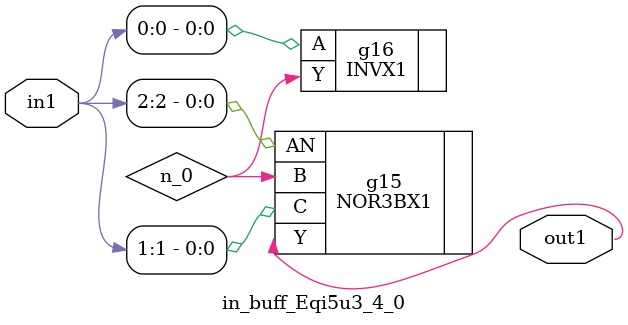
<source format=v>
`timescale 1ps / 1ps


module in_buff_Eqi5u3_4_0(in1, out1);
  input [2:0] in1;
  output out1;
  wire [2:0] in1;
  wire out1;
  wire n_0;
  NOR3BX1 g15(.AN (in1[2]), .B (n_0), .C (in1[1]), .Y (out1));
  INVX1 g16(.A (in1[0]), .Y (n_0));
endmodule



</source>
